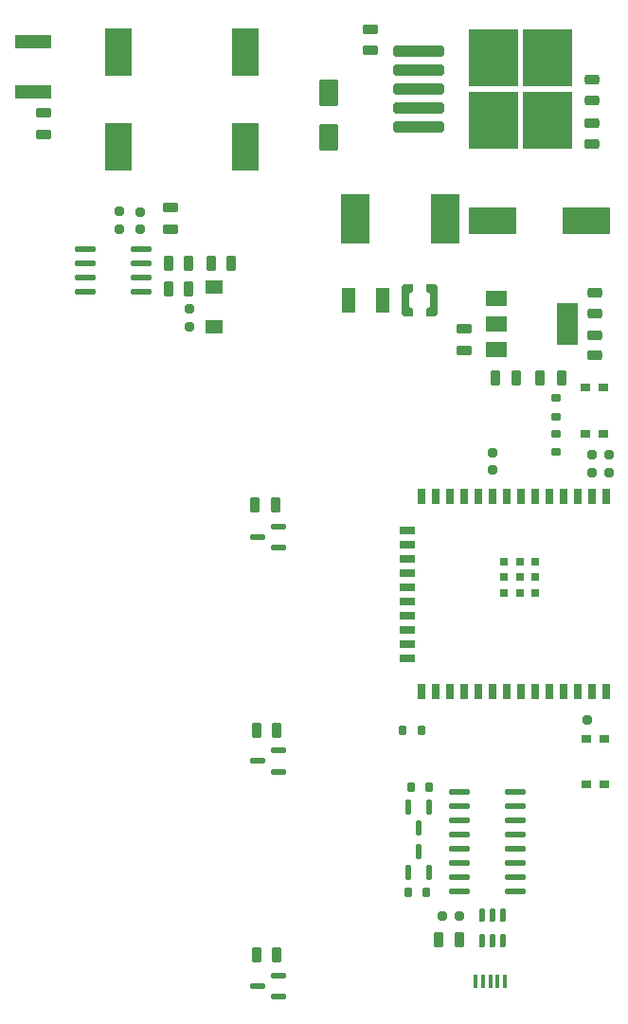
<source format=gbr>
%TF.GenerationSoftware,KiCad,Pcbnew,7.0.5*%
%TF.CreationDate,2023-07-07T20:15:01+07:00*%
%TF.ProjectId,Intership_board,496e7465-7273-4686-9970-5f626f617264,rev?*%
%TF.SameCoordinates,Original*%
%TF.FileFunction,Paste,Top*%
%TF.FilePolarity,Positive*%
%FSLAX46Y46*%
G04 Gerber Fmt 4.6, Leading zero omitted, Abs format (unit mm)*
G04 Created by KiCad (PCBNEW 7.0.5) date 2023-07-07 20:15:01*
%MOMM*%
%LPD*%
G01*
G04 APERTURE LIST*
G04 Aperture macros list*
%AMRoundRect*
0 Rectangle with rounded corners*
0 $1 Rounding radius*
0 $2 $3 $4 $5 $6 $7 $8 $9 X,Y pos of 4 corners*
0 Add a 4 corners polygon primitive as box body*
4,1,4,$2,$3,$4,$5,$6,$7,$8,$9,$2,$3,0*
0 Add four circle primitives for the rounded corners*
1,1,$1+$1,$2,$3*
1,1,$1+$1,$4,$5*
1,1,$1+$1,$6,$7*
1,1,$1+$1,$8,$9*
0 Add four rect primitives between the rounded corners*
20,1,$1+$1,$2,$3,$4,$5,0*
20,1,$1+$1,$4,$5,$6,$7,0*
20,1,$1+$1,$6,$7,$8,$9,0*
20,1,$1+$1,$8,$9,$2,$3,0*%
%AMFreePoly0*
4,1,15,0.709200,0.848873,0.347580,0.549110,0.329421,0.514730,0.329200,0.510000,0.329200,-0.510000,0.344079,-0.545921,0.347580,-0.549110,0.709200,-0.848873,0.709200,-1.474200,-0.103958,-1.474200,-0.329200,-1.248958,-0.329200,1.248958,-0.103958,1.474200,0.709200,1.474200,0.709200,0.848873,0.709200,0.848873,$1*%
G04 Aperture macros list end*
%ADD10RoundRect,0.149200X0.200000X0.275000X-0.200000X0.275000X-0.200000X-0.275000X0.200000X-0.275000X0*%
%ADD11R,0.898400X0.798400*%
%ADD12RoundRect,0.099200X-0.825000X-0.150000X0.825000X-0.150000X0.825000X0.150000X-0.825000X0.150000X0*%
%ADD13RoundRect,0.199200X-0.475000X0.250000X-0.475000X-0.250000X0.475000X-0.250000X0.475000X0.250000X0*%
%ADD14RoundRect,0.174200X-0.225000X-0.250000X0.225000X-0.250000X0.225000X0.250000X-0.225000X0.250000X0*%
%ADD15RoundRect,0.199200X-0.262500X-0.450000X0.262500X-0.450000X0.262500X0.450000X-0.262500X0.450000X0*%
%ADD16RoundRect,0.174200X-0.250000X0.225000X-0.250000X-0.225000X0.250000X-0.225000X0.250000X0.225000X0*%
%ADD17RoundRect,0.199200X0.262500X0.450000X-0.262500X0.450000X-0.262500X-0.450000X0.262500X-0.450000X0*%
%ADD18R,0.798400X1.398400*%
%ADD19R,1.398400X0.798400*%
%ADD20R,0.798400X0.798400*%
%ADD21RoundRect,0.099200X0.587500X0.150000X-0.587500X0.150000X-0.587500X-0.150000X0.587500X-0.150000X0*%
%ADD22RoundRect,0.199200X0.600000X-0.400000X0.600000X0.400000X-0.600000X0.400000X-0.600000X-0.400000X0*%
%ADD23RoundRect,0.199200X0.412500X0.925000X-0.412500X0.925000X-0.412500X-0.925000X0.412500X-0.925000X0*%
%ADD24RoundRect,0.199200X0.450000X-0.262500X0.450000X0.262500X-0.450000X0.262500X-0.450000X-0.262500X0*%
%ADD25RoundRect,0.199200X-2.050000X-0.300000X2.050000X-0.300000X2.050000X0.300000X-2.050000X0.300000X0*%
%ADD26RoundRect,0.199200X-2.025000X-2.375000X2.025000X-2.375000X2.025000X2.375000X-2.025000X2.375000X0*%
%ADD27FreePoly0,180.000000*%
%ADD28FreePoly0,0.000000*%
%ADD29RoundRect,0.199200X-1.450000X0.400000X-1.450000X-0.400000X1.450000X-0.400000X1.450000X0.400000X0*%
%ADD30RoundRect,0.199200X-0.250000X-0.475000X0.250000X-0.475000X0.250000X0.475000X-0.250000X0.475000X0*%
%ADD31RoundRect,0.199200X0.475000X-0.250000X0.475000X0.250000X-0.475000X0.250000X-0.475000X-0.250000X0*%
%ADD32RoundRect,0.192950X-0.456250X0.243750X-0.456250X-0.243750X0.456250X-0.243750X0.456250X0.243750X0*%
%ADD33RoundRect,0.149200X-0.200000X-0.275000X0.200000X-0.275000X0.200000X0.275000X-0.200000X0.275000X0*%
%ADD34R,0.348400X1.198400*%
%ADD35RoundRect,0.199200X0.250000X0.475000X-0.250000X0.475000X-0.250000X-0.475000X0.250000X-0.475000X0*%
%ADD36RoundRect,0.099200X0.150000X-0.587500X0.150000X0.587500X-0.150000X0.587500X-0.150000X-0.587500X0*%
%ADD37R,1.898400X1.398400*%
%ADD38R,1.898400X3.698400*%
%ADD39RoundRect,0.199200X-0.650000X1.000000X-0.650000X-1.000000X0.650000X-1.000000X0.650000X1.000000X0*%
%ADD40RoundRect,0.099200X-0.150000X0.512500X-0.150000X-0.512500X0.150000X-0.512500X0.150000X0.512500X0*%
%ADD41R,2.498400X4.398400*%
%ADD42RoundRect,0.099200X0.825000X0.150000X-0.825000X0.150000X-0.825000X-0.150000X0.825000X-0.150000X0*%
%ADD43RoundRect,0.149200X-0.275000X0.200000X-0.275000X-0.200000X0.275000X-0.200000X0.275000X0.200000X0*%
%ADD44RoundRect,0.099200X-0.150000X0.587500X-0.150000X-0.587500X0.150000X-0.587500X0.150000X0.587500X0*%
%ADD45RoundRect,0.149200X0.275000X-0.200000X0.275000X0.200000X-0.275000X0.200000X-0.275000X-0.200000X0*%
%ADD46RoundRect,0.199200X-1.000000X1.950000X-1.000000X-1.950000X1.000000X-1.950000X1.000000X1.950000X0*%
%ADD47RoundRect,0.199200X-1.950000X-1.000000X1.950000X-1.000000X1.950000X1.000000X-1.950000X1.000000X0*%
G04 APERTURE END LIST*
D10*
%TO.C,R5*%
X81573800Y-118379368D03*
X79923800Y-118379368D03*
%TD*%
D11*
%TO.C,EN*%
X97843000Y-87736368D03*
X97843000Y-91836368D03*
X96243000Y-87736368D03*
X96243000Y-91836368D03*
%TD*%
D12*
%TO.C,ACS712*%
X51553000Y-75326368D03*
X51553000Y-76596368D03*
X51553000Y-77866368D03*
X51553000Y-79136368D03*
X56503000Y-79136368D03*
X56503000Y-77866368D03*
X56503000Y-76596368D03*
X56503000Y-75326368D03*
%TD*%
D13*
%TO.C,C2*%
X47805000Y-63187368D03*
X47805000Y-65087368D03*
%TD*%
D14*
%TO.C,C10*%
X96814000Y-93728368D03*
X98364000Y-93728368D03*
%TD*%
D13*
%TO.C,C17*%
X59184200Y-71658568D03*
X59184200Y-73558568D03*
%TD*%
D15*
%TO.C,R15*%
X66831500Y-118379368D03*
X68656500Y-118379368D03*
%TD*%
D16*
%TO.C,C20*%
X60835200Y-80723568D03*
X60835200Y-82273568D03*
%TD*%
D17*
%TO.C,R19*%
X64616000Y-76596368D03*
X62791000Y-76596368D03*
%TD*%
D18*
%TO.C,ESP32*%
X98097000Y-97437368D03*
X96827000Y-97437368D03*
X95557000Y-97437368D03*
X94287000Y-97437368D03*
X93017000Y-97437368D03*
X91747000Y-97437368D03*
X90477000Y-97437368D03*
X89207000Y-97437368D03*
X87937000Y-97437368D03*
X86667000Y-97437368D03*
X85397000Y-97437368D03*
X84127000Y-97437368D03*
X82857000Y-97437368D03*
X81587000Y-97437368D03*
D19*
X80337000Y-100472368D03*
X80337000Y-101742368D03*
X80337000Y-103012368D03*
X80337000Y-104282368D03*
X80337000Y-105552368D03*
X80337000Y-106822368D03*
X80337000Y-108092368D03*
X80337000Y-109362368D03*
X80337000Y-110632368D03*
X80337000Y-111902368D03*
D18*
X81587000Y-114937368D03*
X82857000Y-114937368D03*
X84127000Y-114937368D03*
X85397000Y-114937368D03*
X86667000Y-114937368D03*
X87937000Y-114937368D03*
X89207000Y-114937368D03*
X90477000Y-114937368D03*
X91747000Y-114937368D03*
X93017000Y-114937368D03*
X94287000Y-114937368D03*
X95557000Y-114937368D03*
X96827000Y-114937368D03*
X98097000Y-114937368D03*
D20*
X91777000Y-103287368D03*
X91777000Y-104687368D03*
X91777000Y-106087368D03*
X90377000Y-103287368D03*
X90377000Y-104687368D03*
X90377000Y-106087368D03*
X88977000Y-103287368D03*
X88977000Y-104687368D03*
X88977000Y-106087368D03*
%TD*%
D14*
%TO.C,C11*%
X96814000Y-95379368D03*
X98364000Y-95379368D03*
%TD*%
D21*
%TO.C,Q5*%
X68857000Y-142189368D03*
X68857000Y-140289368D03*
X66982000Y-141239368D03*
%TD*%
D15*
%TO.C,R13*%
X66704500Y-98186368D03*
X68529500Y-98186368D03*
%TD*%
D22*
%TO.C,D7*%
X63045000Y-82283368D03*
X63045000Y-78783368D03*
%TD*%
D23*
%TO.C,C6*%
X78171500Y-79898368D03*
X75096500Y-79898368D03*
%TD*%
D24*
%TO.C,R1*%
X96827000Y-65951868D03*
X96827000Y-64126868D03*
%TD*%
D25*
%TO.C,LM2596*%
X81333000Y-57673368D03*
X81333000Y-59373368D03*
X81333000Y-61073368D03*
D26*
X88058000Y-58298368D03*
X88058000Y-63848368D03*
X92908000Y-58298368D03*
X92908000Y-63848368D03*
D25*
X81333000Y-62773368D03*
X81333000Y-64473368D03*
%TD*%
D15*
%TO.C,R18*%
X58957500Y-76596368D03*
X60782500Y-76596368D03*
%TD*%
D27*
%TO.C,L2*%
X82730000Y-79898368D03*
D28*
X80190000Y-79898368D03*
%TD*%
D21*
%TO.C,Q4*%
X68857000Y-122057368D03*
X68857000Y-120157368D03*
X66982000Y-121107368D03*
%TD*%
D14*
%TO.C,C15*%
X83479000Y-135003368D03*
X85029000Y-135003368D03*
%TD*%
D29*
%TO.C,F1*%
X46916000Y-56832368D03*
X46916000Y-61282368D03*
%TD*%
D30*
%TO.C,C9*%
X92194000Y-86883368D03*
X94094000Y-86883368D03*
%TD*%
D31*
%TO.C,C4*%
X77015000Y-57607368D03*
X77015000Y-55707368D03*
%TD*%
D16*
%TO.C,C19*%
X54561400Y-72011368D03*
X54561400Y-73561368D03*
%TD*%
D32*
%TO.C,D3*%
X97081000Y-79214868D03*
X97081000Y-81089868D03*
%TD*%
D10*
%TO.C,R10*%
X82031000Y-132844368D03*
X80381000Y-132844368D03*
%TD*%
D33*
%TO.C,R11*%
X80635000Y-123446368D03*
X82285000Y-123446368D03*
%TD*%
D34*
%TO.C,5V*%
X86445000Y-140805368D03*
X87095000Y-140805368D03*
X87745000Y-140805368D03*
X88395000Y-140805368D03*
X89045000Y-140805368D03*
%TD*%
D16*
%TO.C,C18*%
X56496000Y-72025368D03*
X56496000Y-73575368D03*
%TD*%
D35*
%TO.C,C8*%
X90080800Y-86883368D03*
X88180800Y-86883368D03*
%TD*%
D15*
%TO.C,R17*%
X66831500Y-138445368D03*
X68656500Y-138445368D03*
%TD*%
D36*
%TO.C,Q1*%
X80383000Y-131066368D03*
X82283000Y-131066368D03*
X81333000Y-129191368D03*
%TD*%
D24*
%TO.C,R2*%
X97081000Y-84874868D03*
X97081000Y-83049868D03*
%TD*%
D11*
%TO.C,BOOT*%
X96370000Y-123192368D03*
X96370000Y-119092368D03*
X97970000Y-123192368D03*
X97970000Y-119092368D03*
%TD*%
D14*
%TO.C,C13*%
X96382200Y-117439568D03*
%TD*%
D37*
%TO.C,LM1117*%
X88318000Y-79771368D03*
X88318000Y-82071368D03*
D38*
X94618000Y-82071368D03*
D37*
X88318000Y-84371368D03*
%TD*%
D39*
%TO.C,D1*%
X73332000Y-61375368D03*
X73332000Y-65375368D03*
%TD*%
D40*
%TO.C,USBLC6*%
X88887000Y-134894868D03*
X87937000Y-134894868D03*
X86987000Y-134894868D03*
X86987000Y-137169868D03*
X87937000Y-137169868D03*
X88887000Y-137169868D03*
%TD*%
D41*
%TO.C,L1*%
X75682000Y-72659368D03*
X83682000Y-72659368D03*
%TD*%
D17*
%TO.C,R20*%
X60782500Y-78882368D03*
X58957500Y-78882368D03*
%TD*%
D31*
%TO.C,C7*%
X85397000Y-84404368D03*
X85397000Y-82504368D03*
%TD*%
D42*
%TO.C,CH340C*%
X89969000Y-132792368D03*
X89969000Y-131522368D03*
X89969000Y-130252368D03*
X89969000Y-128982368D03*
X89969000Y-127712368D03*
X89969000Y-126442368D03*
X89969000Y-125172368D03*
X89969000Y-123902368D03*
X85019000Y-123902368D03*
X85019000Y-125172368D03*
X85019000Y-126442368D03*
X85019000Y-127712368D03*
X85019000Y-128982368D03*
X85019000Y-130252368D03*
X85019000Y-131522368D03*
X85019000Y-132792368D03*
%TD*%
D32*
%TO.C,D2*%
X96827000Y-60164868D03*
X96827000Y-62039868D03*
%TD*%
D43*
%TO.C,R3*%
X93626600Y-91836368D03*
X93626600Y-93486368D03*
%TD*%
D44*
%TO.C,Q2*%
X82283000Y-125254368D03*
X80383000Y-125254368D03*
X81333000Y-127129368D03*
%TD*%
D45*
%TO.C,R4*%
X93626600Y-90324568D03*
X93626600Y-88674568D03*
%TD*%
D46*
%TO.C,C3*%
X65839000Y-57778368D03*
X65839000Y-66178368D03*
%TD*%
D47*
%TO.C,C5*%
X87928000Y-72786368D03*
X96328000Y-72786368D03*
%TD*%
D21*
%TO.C,Q3*%
X68857000Y-102057368D03*
X68857000Y-100157368D03*
X66982000Y-101107368D03*
%TD*%
D30*
%TO.C,C14*%
X83100800Y-137099168D03*
X85000800Y-137099168D03*
%TD*%
D16*
%TO.C,C21*%
X87962400Y-93525168D03*
X87962400Y-95075168D03*
%TD*%
D46*
%TO.C,C1*%
X54536000Y-57778368D03*
X54536000Y-66178368D03*
%TD*%
M02*

</source>
